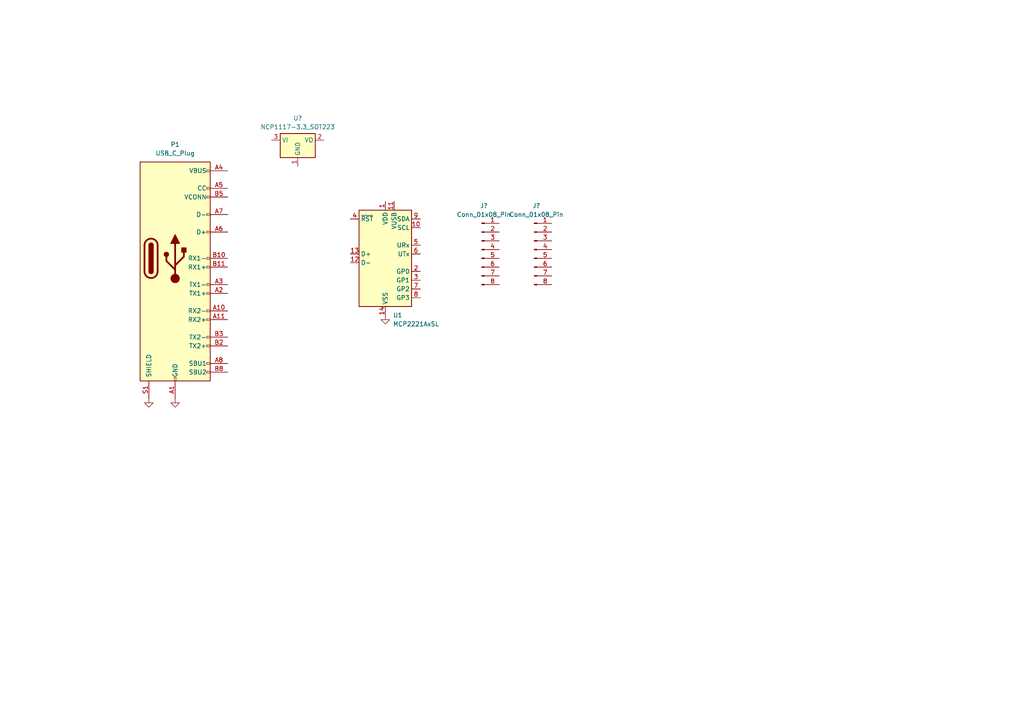
<source format=kicad_sch>
(kicad_sch (version 20231120) (generator "eeschema") (generator_version "8.0")
  (paper "A4")
  (lib_symbols
    (symbol "Connector:Conn_01x08_Pin" (pin_names (offset 1.016) hide)
      (property "Reference" "J" (at 0 10.16 0))
      (property "Value" "Conn_01x08_Pin" (at 0 -12.7 0))
      (symbol "Conn_01x08_Pin_1_1"
        (polyline (pts (xy 1.27 -10.16) (xy 0.8636 -10.16)) (stroke (width 0.1524)))
        (polyline (pts (xy 1.27 -7.62) (xy 0.8636 -7.62)) (stroke (width 0.1524)))
        (polyline (pts (xy 1.27 -5.08) (xy 0.8636 -5.08)) (stroke (width 0.1524)))
        (polyline (pts (xy 1.27 -2.54) (xy 0.8636 -2.54)) (stroke (width 0.1524)))
        (polyline (pts (xy 1.27 0) (xy 0.8636 0)) (stroke (width 0.1524)))
        (polyline (pts (xy 1.27 2.54) (xy 0.8636 2.54)) (stroke (width 0.1524)))
        (polyline (pts (xy 1.27 5.08) (xy 0.8636 5.08)) (stroke (width 0.1524)))
        (polyline (pts (xy 1.27 7.62) (xy 0.8636 7.62)) (stroke (width 0.1524)))
        (rectangle (start 0.8636 -10.033) (end 0 -10.287) (stroke (width 0.1524)) (fill (type outline)))
        (rectangle (start 0.8636 -7.493) (end 0 -7.747) (stroke (width 0.1524)) (fill (type outline)))
        (rectangle (start 0.8636 -4.953) (end 0 -5.207) (stroke (width 0.1524)) (fill (type outline)))
        (rectangle (start 0.8636 -2.413) (end 0 -2.667) (stroke (width 0.1524)) (fill (type outline)))
        (rectangle (start 0.8636 0.127) (end 0 -0.127) (stroke (width 0.1524)) (fill (type outline)))
        (rectangle (start 0.8636 2.667) (end 0 2.413) (stroke (width 0.1524)) (fill (type outline)))
        (rectangle (start 0.8636 5.207) (end 0 4.953) (stroke (width 0.1524)) (fill (type outline)))
        (rectangle (start 0.8636 7.747) (end 0 7.493) (stroke (width 0.1524)) (fill (type outline)))
        (pin passive line (at 5.08 7.62 180) (length 3.81) (name "Pin_1") (number "1"))
        (pin passive line (at 5.08 5.08 180) (length 3.81) (name "Pin_2") (number "2"))
        (pin passive line (at 5.08 2.54 180) (length 3.81) (name "Pin_3") (number "3"))
        (pin passive line (at 5.08 0 180) (length 3.81) (name "Pin_4") (number "4"))
        (pin passive line (at 5.08 -2.54 180) (length 3.81) (name "Pin_5") (number "5"))
        (pin passive line (at 5.08 -5.08 180) (length 3.81) (name "Pin_6") (number "6"))
        (pin passive line (at 5.08 -7.62 180) (length 3.81) (name "Pin_7") (number "7"))
        (pin passive line (at 5.08 -10.16 180) (length 3.81) (name "Pin_8") (number "8"))
      )
    )
    (symbol "Connector:USB_C_Plug" (pin_names (offset 1.016))
      (property "Reference" "P" (at -10.16 29.21 0))
      (property "Value" "USB_C_Plug" (at 10.16 29.21 0))
      (symbol "USB_C_Plug_0_0"
        (rectangle (start -0.254 -35.56) (end 0.254 -34.544))
        (rectangle (start 10.16 -32.766) (end 9.144 -33.274))
        (rectangle (start 10.16 -30.226) (end 9.144 -30.734))
        (rectangle (start 10.16 -25.146) (end 9.144 -25.654))
        (rectangle (start 10.16 -22.606) (end 9.144 -23.114))
        (rectangle (start 10.16 -17.526) (end 9.144 -18.034))
        (rectangle (start 10.16 -14.986) (end 9.144 -15.494))
        (rectangle (start 10.16 -9.906) (end 9.144 -10.414))
        (rectangle (start 10.16 -7.366) (end 9.144 -7.874))
        (rectangle (start 10.16 -2.286) (end 9.144 -2.794))
        (rectangle (start 10.16 0.254) (end 9.144 -0.254))
        (rectangle (start 10.16 7.874) (end 9.144 7.366))
        (rectangle (start 10.16 12.954) (end 9.144 12.446))
        (rectangle (start 10.16 18.034) (end 9.144 17.526))
        (rectangle (start 10.16 20.574) (end 9.144 20.066))
        (rectangle (start 10.16 25.654) (end 9.144 25.146))
      )
      (symbol "USB_C_Plug_0_1"
        (rectangle (start -10.16 27.94) (end 10.16 -35.56) (stroke (width 0.254)) (fill (type background)))
        (arc (start -8.89 -3.81) (mid -6.985 -5.7067) (end -5.08 -3.81) (stroke (width 0.508)))
        (arc (start -7.62 -3.81) (mid -6.985 -4.4423) (end -6.35 -3.81) (stroke (width 0.254)))
        (arc (start -7.62 -3.81) (mid -6.985 -4.4423) (end -6.35 -3.81) (stroke (width 0.254)) (fill (type outline)))
        (rectangle (start -7.62 -3.81) (end -6.35 3.81) (stroke (width 0.254)) (fill (type outline)))
        (arc (start -6.35 3.81) (mid -6.985 4.4423) (end -7.62 3.81) (stroke (width 0.254)))
        (arc (start -6.35 3.81) (mid -6.985 4.4423) (end -7.62 3.81) (stroke (width 0.254)) (fill (type outline)))
        (arc (start -5.08 3.81) (mid -6.985 5.7067) (end -8.89 3.81) (stroke (width 0.508)))
        (polyline (pts (xy -8.89 -3.81) (xy -8.89 3.81)) (stroke (width 0.508)))
        (polyline (pts (xy -5.08 3.81) (xy -5.08 -3.81)) (stroke (width 0.508)))
      )
      (symbol "USB_C_Plug_1_1"
        (circle (center -2.54 1.143) (radius 0.635) (stroke (width 0.254)) (fill (type outline)))
        (circle (center 0 -5.842) (radius 1.27) (fill (type outline)))
        (polyline (pts (xy 0 -5.842) (xy 0 4.318)) (stroke (width 0.508)))
        (polyline (pts (xy 0 -3.302) (xy -2.54 -0.762) (xy -2.54 0.508)) (stroke (width 0.508)))
        (polyline (pts (xy 0 -2.032) (xy 2.54 0.508) (xy 2.54 1.778)) (stroke (width 0.508)))
        (polyline (pts (xy -1.27 4.318) (xy 0 6.858) (xy 1.27 4.318) (xy -1.27 4.318)) (stroke (width 0.254)) (fill (type outline)))
        (rectangle (start 1.905 1.778) (end 3.175 3.048) (stroke (width 0.254)) (fill (type outline)))
        (pin passive line (at 0 -40.64 90) (length 5.08) (name "GND") (number "A1"))
        (pin bidirectional line (at 15.24 -15.24 180) (length 5.08) (name "RX2-") (number "A10"))
        (pin bidirectional line (at 15.24 -17.78 180) (length 5.08) (name "RX2+") (number "A11"))
        (pin passive line (at 0 -40.64 90) (length 5.08) hide (name "GND") (number "A12"))
        (pin bidirectional line (at 15.24 -10.16 180) (length 5.08) (name "TX1+") (number "A2"))
        (pin bidirectional line (at 15.24 -7.62 180) (length 5.08) (name "TX1-") (number "A3"))
        (pin passive line (at 15.24 25.4 180) (length 5.08) (name "VBUS") (number "A4"))
        (pin bidirectional line (at 15.24 20.32 180) (length 5.08) (name "CC") (number "A5"))
        (pin bidirectional line (at 15.24 7.62 180) (length 5.08) (name "D+") (number "A6"))
        (pin bidirectional line (at 15.24 12.7 180) (length 5.08) (name "D-") (number "A7"))
        (pin bidirectional line (at 15.24 -30.48 180) (length 5.08) (name "SBU1") (number "A8"))
        (pin passive line (at 15.24 25.4 180) (length 5.08) hide (name "VBUS") (number "A9"))
        (pin passive line (at 0 -40.64 90) (length 5.08) hide (name "GND") (number "B1"))
        (pin bidirectional line (at 15.24 0 180) (length 5.08) (name "RX1-") (number "B10"))
        (pin bidirectional line (at 15.24 -2.54 180) (length 5.08) (name "RX1+") (number "B11"))
        (pin passive line (at 0 -40.64 90) (length 5.08) hide (name "GND") (number "B12"))
        (pin bidirectional line (at 15.24 -25.4 180) (length 5.08) (name "TX2+") (number "B2"))
        (pin bidirectional line (at 15.24 -22.86 180) (length 5.08) (name "TX2-") (number "B3"))
        (pin passive line (at 15.24 25.4 180) (length 5.08) hide (name "VBUS") (number "B4"))
        (pin bidirectional line (at 15.24 17.78 180) (length 5.08) (name "VCONN") (number "B5"))
        (pin bidirectional line (at 15.24 -33.02 180) (length 5.08) (name "SBU2") (number "B8"))
        (pin passive line (at 15.24 25.4 180) (length 5.08) hide (name "VBUS") (number "B9"))
        (pin passive line (at -7.62 -40.64 90) (length 5.08) (name "SHIELD") (number "S1"))
      )
    )
    (symbol "Interface_USB:MCP2221AxSL"
      (property "Reference" "U" (at -7.62 16.51 0))
      (property "Value" "MCP2221AxSL" (at 12.7 16.51 0))
      (symbol "MCP2221AxSL_0_1"
        (rectangle (start -7.62 15.24) (end 7.62 -12.7) (stroke (width 0.254)) (fill (type background)))
      )
      (symbol "MCP2221AxSL_1_1"
        (pin power_in line (at 0 17.78 270) (length 2.54) (name "VDD") (number "1"))
        (pin bidirectional line (at 10.16 10.16 180) (length 2.54) (name "SCL") (number "10"))
        (pin passive line (at 2.54 17.78 270) (length 2.54) (name "VUSB") (number "11"))
        (pin bidirectional line (at -10.16 0 0) (length 2.54) (name "D-") (number "12"))
        (pin bidirectional line (at -10.16 2.54 0) (length 2.54) (name "D+") (number "13"))
        (pin power_in line (at 0 -15.24 90) (length 2.54) (name "VSS") (number "14"))
        (pin bidirectional line (at 10.16 -2.54 180) (length 2.54) (name "GP0") (number "2"))
        (pin bidirectional line (at 10.16 -5.08 180) (length 2.54) (name "GP1") (number "3"))
        (pin input line (at -10.16 12.7 0) (length 2.54) (name "~{RST}") (number "4"))
        (pin input line (at 10.16 5.08 180) (length 2.54) (name "URx") (number "5"))
        (pin output line (at 10.16 2.54 180) (length 2.54) (name "UTx") (number "6"))
        (pin bidirectional line (at 10.16 -7.62 180) (length 2.54) (name "GP2") (number "7"))
        (pin bidirectional line (at 10.16 -10.16 180) (length 2.54) (name "GP3") (number "8"))
        (pin bidirectional line (at 10.16 12.7 180) (length 2.54) (name "SDA") (number "9"))
      )
    )
    (symbol "Regulator_Linear:NCP1117-3.3_SOT223"
      (property "Reference" "U" (at -3.81 3.175 0))
      (property "Value" "NCP1117-3.3_SOT223" (at 0 3.175 0))
      (symbol "NCP1117-3.3_SOT223_0_1"
        (rectangle (start -5.08 -5.08) (end 5.08 1.905) (stroke (width 0.254)) (fill (type background)))
      )
      (symbol "NCP1117-3.3_SOT223_1_1"
        (pin power_in line (at 0 -7.62 90) (length 2.54) (name "GND") (number "1"))
        (pin power_out line (at 7.62 0 180) (length 2.54) (name "VO") (number "2"))
        (pin power_in line (at -7.62 0 0) (length 2.54) (name "VI") (number "3"))
      )
    )
    (symbol "power:GND" (power) (pin_numbers hide) (pin_names (offset 0) hide)
      (property "Value" "GND" (at 0 -3.81 0))
      (symbol "GND_0_1"
        (polyline (pts (xy 0 0) (xy 0 -1.27) (xy 1.27 -1.27) (xy 0 -2.54) (xy -1.27 -1.27) (xy 0 -1.27)))
      )
      (symbol "GND_1_1"
        (pin power_in line (at 0 0 270) (length 0) (name "~") (number "1"))
      )
    )
  )
  (symbol (lib_id "power:GND") (at 50.8 115.57 0) (unit 1)
    (property "Reference" "#PWR01" (effects (hide yes)))
    (property "Value" "GND" (effects (hide yes)))
    (property "Description" "Power symbol creates a global label with name \"GND\" , ground" (effects (hide yes)))
  )
  (symbol (lib_id "Connector:Conn_01x08_Pin") (at 139.7 72.39 0) (unit 1)
    (property "Reference" "J?" (at 140.335 59.69 0))
    (property "Value" "Conn_01x08_Pin" (at 140.335 62.23 0))
    (property "Footprint" "Connector_PinSocket_2.54mm:PinSocket_1x08_P2.54mm_Horizontal" (effects (hide yes)))
    (property "Description" "Generic connector, single row, 01x08, script generated" (effects (hide yes)))
  )
  (symbol (lib_id "Connector:Conn_01x08_Pin") (at 154.94 72.39 0) (unit 1)
    (property "Reference" "J?" (at 155.575 59.69 0))
    (property "Value" "Conn_01x08_Pin" (at 155.575 62.23 0))
    (property "Description" "Generic connector, single row, 01x08, script generated" (effects (hide yes)))
  )
  (symbol (lib_id "Regulator_Linear:NCP1117-3.3_SOT223") (at 86.36 40.64 0) (unit 1)
    (property "Reference" "U?" (at 86.36 34.29 0))
    (property "Value" "NCP1117-3.3_SOT223" (at 86.36 36.83 0))
    (property "Footprint" "Package_TO_SOT_SMD:SOT-223-3_TabPin2" (effects (hide yes)))
    (property "Datasheet" "http://www.onsemi.com/pub_link/Collateral/NCP1117-D.PDF" (effects (hide yes)))
    (property "Description" "1A Low drop-out regulator, Fixed Output 3.3V, SOT-223" (effects (hide yes)))
  )
  (symbol (lib_id "power:GND") (at 111.76 91.44 0) (unit 1)
    (property "Reference" "#PWR03" (effects (hide yes)))
    (property "Value" "GND" (effects (hide yes)))
    (property "Description" "Power symbol creates a global label with name \"GND\" , ground" (effects (hide yes)))
  )
  (symbol (lib_id "Interface_USB:MCP2221AxSL") (at 111.76 76.2 0) (unit 1)
    (property "Reference" "U1" (at 113.9541 91.44 0) (effects (justify left)))
    (property "Value" "MCP2221AxSL" (at 113.9541 93.98 0) (effects (justify left)))
    (property "Footprint" "Package_SO:SOIC-14_3.9x8.7mm_P1.27mm" (effects (hide yes)))
    (property "Datasheet" "http://ww1.microchip.com/downloads/en/DeviceDoc/20005565B.pdf" (effects (hide yes)))
    (property "Description" "USB to I2C/UART Protocol Converter with GPIO, SOIC-14" (effects (hide yes)))
  )
  (symbol (lib_id "power:GND") (at 43.18 115.57 0) (unit 1)
    (property "Reference" "#PWR02" (effects (hide yes)))
    (property "Value" "GND" (effects (hide yes)))
    (property "Description" "Power symbol creates a global label with name \"GND\" , ground" (effects (hide yes)))
  )
  (symbol (lib_id "Connector:USB_C_Plug") (at 50.8 74.93 0) (unit 1)
    (property "Reference" "P1" (at 50.8 41.91 0))
    (property "Value" "USB_C_Plug" (at 50.8 44.45 0))
    (property "Footprint" "Expansion_Card:USB_C_Plug_Molex_105444" (effects (hide yes)))
    (property "Datasheet" "https://www.usb.org/sites/default/files/documents/usb_type-c.zip" (effects (hide yes)))
    (property "Description" "USB Type-C Plug connector" (effects (hide yes)))
  )
)
</source>
